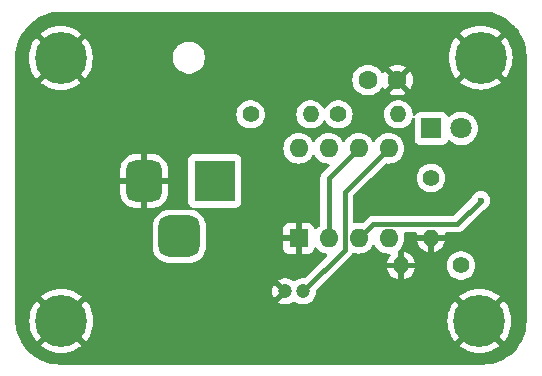
<source format=gbr>
%TF.GenerationSoftware,KiCad,Pcbnew,8.0.5*%
%TF.CreationDate,2025-01-05T00:34:36+01:00*%
%TF.ProjectId,my_Project1,6d795f50-726f-46a6-9563-74312e6b6963,rev?*%
%TF.SameCoordinates,Original*%
%TF.FileFunction,Copper,L2,Bot*%
%TF.FilePolarity,Positive*%
%FSLAX46Y46*%
G04 Gerber Fmt 4.6, Leading zero omitted, Abs format (unit mm)*
G04 Created by KiCad (PCBNEW 8.0.5) date 2025-01-05 00:34:36*
%MOMM*%
%LPD*%
G01*
G04 APERTURE LIST*
G04 Aperture macros list*
%AMRoundRect*
0 Rectangle with rounded corners*
0 $1 Rounding radius*
0 $2 $3 $4 $5 $6 $7 $8 $9 X,Y pos of 4 corners*
0 Add a 4 corners polygon primitive as box body*
4,1,4,$2,$3,$4,$5,$6,$7,$8,$9,$2,$3,0*
0 Add four circle primitives for the rounded corners*
1,1,$1+$1,$2,$3*
1,1,$1+$1,$4,$5*
1,1,$1+$1,$6,$7*
1,1,$1+$1,$8,$9*
0 Add four rect primitives between the rounded corners*
20,1,$1+$1,$2,$3,$4,$5,0*
20,1,$1+$1,$4,$5,$6,$7,0*
20,1,$1+$1,$6,$7,$8,$9,0*
20,1,$1+$1,$8,$9,$2,$3,0*%
G04 Aperture macros list end*
%TA.AperFunction,ComponentPad*%
%ADD10R,1.600000X1.600000*%
%TD*%
%TA.AperFunction,ComponentPad*%
%ADD11O,1.600000X1.600000*%
%TD*%
%TA.AperFunction,ComponentPad*%
%ADD12C,1.400000*%
%TD*%
%TA.AperFunction,ComponentPad*%
%ADD13O,1.400000X1.400000*%
%TD*%
%TA.AperFunction,ComponentPad*%
%ADD14R,3.500000X3.500000*%
%TD*%
%TA.AperFunction,ComponentPad*%
%ADD15RoundRect,0.750000X-0.750000X-1.000000X0.750000X-1.000000X0.750000X1.000000X-0.750000X1.000000X0*%
%TD*%
%TA.AperFunction,ComponentPad*%
%ADD16RoundRect,0.875000X-0.875000X-0.875000X0.875000X-0.875000X0.875000X0.875000X-0.875000X0.875000X0*%
%TD*%
%TA.AperFunction,ComponentPad*%
%ADD17C,0.700000*%
%TD*%
%TA.AperFunction,ComponentPad*%
%ADD18C,4.400000*%
%TD*%
%TA.AperFunction,ComponentPad*%
%ADD19R,1.800000X1.800000*%
%TD*%
%TA.AperFunction,ComponentPad*%
%ADD20C,1.800000*%
%TD*%
%TA.AperFunction,ComponentPad*%
%ADD21C,1.200000*%
%TD*%
%TA.AperFunction,ComponentPad*%
%ADD22C,1.600000*%
%TD*%
%TA.AperFunction,ViaPad*%
%ADD23C,0.600000*%
%TD*%
%TA.AperFunction,Conductor*%
%ADD24C,0.400000*%
%TD*%
G04 APERTURE END LIST*
D10*
%TO.P,U1,1,GND*%
%TO.N,GND*%
X82600000Y-83000000D03*
D11*
%TO.P,U1,2,TR*%
%TO.N,TR*%
X85140000Y-83000000D03*
%TO.P,U1,3,Q*%
%TO.N,OUT*%
X87680000Y-83000000D03*
%TO.P,U1,4,R*%
%TO.N,VDD*%
X90220000Y-83000000D03*
%TO.P,U1,5,CV*%
%TO.N,Net-(U1-CV)*%
X90220000Y-75380000D03*
%TO.P,U1,6,THR*%
%TO.N,TR*%
X87680000Y-75380000D03*
%TO.P,U1,7,DIS*%
%TO.N,Net-(U1-DIS)*%
X85140000Y-75380000D03*
%TO.P,U1,8,VCC*%
%TO.N,VDD*%
X82600000Y-75380000D03*
%TD*%
D12*
%TO.P,R4,1*%
%TO.N,Net-(JP1-A)*%
X96340000Y-85300000D03*
D13*
%TO.P,R4,2*%
%TO.N,GND*%
X91260000Y-85300000D03*
%TD*%
D12*
%TO.P,R3,1*%
%TO.N,Net-(D1-K)*%
X93800000Y-77900000D03*
D13*
%TO.P,R3,2*%
%TO.N,GND*%
X93800000Y-82980000D03*
%TD*%
D12*
%TO.P,R2,1*%
%TO.N,VDD*%
X78520000Y-72500000D03*
D13*
%TO.P,R2,2*%
%TO.N,Net-(U1-DIS)*%
X83600000Y-72500000D03*
%TD*%
D12*
%TO.P,R1,1*%
%TO.N,Net-(U1-DIS)*%
X85960000Y-72500000D03*
D13*
%TO.P,R1,2*%
%TO.N,TR*%
X91040000Y-72500000D03*
%TD*%
D14*
%TO.P,J1,1*%
%TO.N,VDD*%
X75500000Y-78142500D03*
D15*
%TO.P,J1,2*%
%TO.N,GND*%
X69500000Y-78142500D03*
D16*
%TO.P,J1,3*%
%TO.N,N/C*%
X72500000Y-82842500D03*
%TD*%
D17*
%TO.P,H4,1,1*%
%TO.N,GND*%
X96250000Y-90000000D03*
X96733274Y-88833274D03*
X96733274Y-91166726D03*
X97900000Y-88350000D03*
D18*
X97900000Y-90000000D03*
D17*
X97900000Y-91650000D03*
X99066726Y-88833274D03*
X99066726Y-91166726D03*
X99550000Y-90000000D03*
%TD*%
%TO.P,H3,1,1*%
%TO.N,GND*%
X96350000Y-67700000D03*
X96833274Y-66533274D03*
X96833274Y-68866726D03*
X98000000Y-66050000D03*
D18*
X98000000Y-67700000D03*
D17*
X98000000Y-69350000D03*
X99166726Y-66533274D03*
X99166726Y-68866726D03*
X99650000Y-67700000D03*
%TD*%
%TO.P,H2,1,1*%
%TO.N,GND*%
X60850000Y-90000000D03*
X61333274Y-88833274D03*
X61333274Y-91166726D03*
X62500000Y-88350000D03*
D18*
X62500000Y-90000000D03*
D17*
X62500000Y-91650000D03*
X63666726Y-88833274D03*
X63666726Y-91166726D03*
X64150000Y-90000000D03*
%TD*%
%TO.P,H1,1,1*%
%TO.N,GND*%
X60800000Y-67750000D03*
X61283274Y-66583274D03*
X61283274Y-68916726D03*
X62450000Y-66100000D03*
D18*
X62450000Y-67750000D03*
D17*
X62450000Y-69400000D03*
X63616726Y-66583274D03*
X63616726Y-68916726D03*
X64100000Y-67750000D03*
%TD*%
D19*
%TO.P,LED,1,K*%
%TO.N,Net-(D1-K)*%
X93825000Y-73700000D03*
D20*
%TO.P,LED,2,A*%
%TO.N,OUT*%
X96365000Y-73700000D03*
%TD*%
D21*
%TO.P,C2,1*%
%TO.N,GND*%
X81450000Y-87500000D03*
%TO.P,C2,2*%
%TO.N,Net-(U1-CV)*%
X82950000Y-87500000D03*
%TD*%
D22*
%TO.P,C1,1*%
%TO.N,TR*%
X88450000Y-69600000D03*
%TO.P,C1,2*%
%TO.N,GND*%
X90950000Y-69600000D03*
%TD*%
D23*
%TO.N,OUT*%
X98000000Y-79800000D03*
%TD*%
D24*
%TO.N,Net-(U1-CV)*%
X86480000Y-79120000D02*
X90220000Y-75380000D01*
X86480000Y-83970000D02*
X86480000Y-79120000D01*
X82950000Y-87500000D02*
X86480000Y-83970000D01*
%TO.N,OUT*%
X96000000Y-81800000D02*
X98000000Y-79800000D01*
X88880000Y-81800000D02*
X96000000Y-81800000D01*
X87680000Y-83000000D02*
X88880000Y-81800000D01*
%TO.N,TR*%
X85140000Y-77920000D02*
X87680000Y-75380000D01*
X85140000Y-83000000D02*
X85140000Y-77920000D01*
%TD*%
%TA.AperFunction,Conductor*%
%TO.N,GND*%
G36*
X98103032Y-63800649D02*
G01*
X98167797Y-63803830D01*
X98466338Y-63818497D01*
X98478440Y-63819689D01*
X98835230Y-63872613D01*
X98847140Y-63874982D01*
X99197046Y-63962629D01*
X99208663Y-63966154D01*
X99548275Y-64087669D01*
X99559497Y-64092317D01*
X99885582Y-64246543D01*
X99896290Y-64252267D01*
X100205659Y-64437696D01*
X100215777Y-64444456D01*
X100505488Y-64659321D01*
X100514894Y-64667041D01*
X100782146Y-64909264D01*
X100790735Y-64917853D01*
X100927609Y-65068870D01*
X101032958Y-65185105D01*
X101040678Y-65194511D01*
X101255543Y-65484222D01*
X101262303Y-65494340D01*
X101368474Y-65671476D01*
X101447725Y-65803697D01*
X101453460Y-65814425D01*
X101520816Y-65956837D01*
X101607679Y-66140495D01*
X101612334Y-66151734D01*
X101718498Y-66448443D01*
X101733840Y-66491319D01*
X101737373Y-66502964D01*
X101825014Y-66852846D01*
X101827388Y-66864782D01*
X101880309Y-67221555D01*
X101881502Y-67233664D01*
X101899351Y-67596967D01*
X101899500Y-67603052D01*
X101899500Y-89996948D01*
X101899351Y-90003033D01*
X101881984Y-90356531D01*
X101880791Y-90368640D01*
X101829308Y-90715712D01*
X101826934Y-90727648D01*
X101741680Y-91068001D01*
X101738147Y-91079646D01*
X101619945Y-91409996D01*
X101615289Y-91421237D01*
X101465270Y-91738429D01*
X101459533Y-91749162D01*
X101279156Y-92050102D01*
X101272396Y-92060220D01*
X101063377Y-92342049D01*
X101055657Y-92351455D01*
X100820033Y-92611428D01*
X100811428Y-92620033D01*
X100551455Y-92855657D01*
X100542049Y-92863377D01*
X100260220Y-93072396D01*
X100250102Y-93079156D01*
X99949162Y-93259533D01*
X99938429Y-93265270D01*
X99621237Y-93415289D01*
X99609996Y-93419945D01*
X99279646Y-93538147D01*
X99268001Y-93541680D01*
X98927648Y-93626934D01*
X98915712Y-93629308D01*
X98568640Y-93680791D01*
X98556531Y-93681984D01*
X98223016Y-93698369D01*
X98203031Y-93699351D01*
X98196949Y-93699500D01*
X62379398Y-93699500D01*
X62373314Y-93699351D01*
X62353409Y-93698373D01*
X62033552Y-93682659D01*
X62021442Y-93681466D01*
X61664551Y-93628526D01*
X61652617Y-93626152D01*
X61302630Y-93538485D01*
X61290985Y-93534953D01*
X60951280Y-93413404D01*
X60940051Y-93408753D01*
X60636680Y-93265270D01*
X60613877Y-93254485D01*
X60603154Y-93248752D01*
X60293694Y-93063269D01*
X60283576Y-93056509D01*
X59993774Y-92841576D01*
X59984368Y-92833856D01*
X59937931Y-92791768D01*
X59717031Y-92591557D01*
X59708442Y-92582968D01*
X59466143Y-92315631D01*
X59458423Y-92306225D01*
X59243490Y-92016423D01*
X59236730Y-92006305D01*
X59082604Y-91749162D01*
X59051242Y-91696838D01*
X59045518Y-91686130D01*
X58891243Y-91359942D01*
X58886599Y-91348729D01*
X58765041Y-91008999D01*
X58761514Y-90997369D01*
X58673847Y-90647382D01*
X58671473Y-90635448D01*
X58639848Y-90422253D01*
X58618532Y-90278556D01*
X58617340Y-90266446D01*
X58604251Y-90000000D01*
X59795065Y-90000000D01*
X59814786Y-90326038D01*
X59873667Y-90647341D01*
X59970835Y-90959164D01*
X59970839Y-90959175D01*
X60104897Y-91257041D01*
X60104898Y-91257043D01*
X60273881Y-91536576D01*
X60421476Y-91724968D01*
X61563708Y-90582736D01*
X61660967Y-90716602D01*
X61783398Y-90839033D01*
X61917262Y-90936290D01*
X60775030Y-92078522D01*
X60775030Y-92078523D01*
X60963423Y-92226118D01*
X61242956Y-92395101D01*
X61242958Y-92395102D01*
X61540824Y-92529160D01*
X61540835Y-92529164D01*
X61852658Y-92626332D01*
X62173961Y-92685213D01*
X62500000Y-92704934D01*
X62826038Y-92685213D01*
X63147341Y-92626332D01*
X63459164Y-92529164D01*
X63459175Y-92529160D01*
X63757041Y-92395102D01*
X63757043Y-92395101D01*
X64036586Y-92226112D01*
X64224968Y-92078523D01*
X64224968Y-92078522D01*
X63082737Y-90936290D01*
X63216602Y-90839033D01*
X63339033Y-90716602D01*
X63436290Y-90582737D01*
X64578522Y-91724968D01*
X64578523Y-91724968D01*
X64726112Y-91536586D01*
X64895101Y-91257043D01*
X64895102Y-91257041D01*
X65029160Y-90959175D01*
X65029164Y-90959164D01*
X65126332Y-90647341D01*
X65185213Y-90326038D01*
X65204934Y-90000000D01*
X95195065Y-90000000D01*
X95214786Y-90326038D01*
X95273667Y-90647341D01*
X95370835Y-90959164D01*
X95370839Y-90959175D01*
X95504897Y-91257041D01*
X95504898Y-91257043D01*
X95673881Y-91536576D01*
X95821476Y-91724968D01*
X96963708Y-90582736D01*
X97060967Y-90716602D01*
X97183398Y-90839033D01*
X97317262Y-90936290D01*
X96175030Y-92078522D01*
X96175030Y-92078523D01*
X96363423Y-92226118D01*
X96642956Y-92395101D01*
X96642958Y-92395102D01*
X96940824Y-92529160D01*
X96940835Y-92529164D01*
X97252658Y-92626332D01*
X97573961Y-92685213D01*
X97900000Y-92704934D01*
X98226038Y-92685213D01*
X98547341Y-92626332D01*
X98859164Y-92529164D01*
X98859175Y-92529160D01*
X99157041Y-92395102D01*
X99157043Y-92395101D01*
X99436586Y-92226112D01*
X99624968Y-92078523D01*
X99624968Y-92078522D01*
X98482737Y-90936290D01*
X98616602Y-90839033D01*
X98739033Y-90716602D01*
X98836290Y-90582737D01*
X99978522Y-91724968D01*
X99978523Y-91724968D01*
X100126112Y-91536586D01*
X100295101Y-91257043D01*
X100295102Y-91257041D01*
X100429160Y-90959175D01*
X100429164Y-90959164D01*
X100526332Y-90647341D01*
X100585213Y-90326038D01*
X100604934Y-90000000D01*
X100585213Y-89673961D01*
X100526332Y-89352658D01*
X100429164Y-89040835D01*
X100429160Y-89040824D01*
X100295102Y-88742958D01*
X100295101Y-88742956D01*
X100126118Y-88463423D01*
X99978522Y-88275030D01*
X98836290Y-89417262D01*
X98739033Y-89283398D01*
X98616602Y-89160967D01*
X98482736Y-89063709D01*
X99624968Y-87921476D01*
X99436576Y-87773881D01*
X99157043Y-87604898D01*
X99157041Y-87604897D01*
X98859175Y-87470839D01*
X98859164Y-87470835D01*
X98547341Y-87373667D01*
X98226038Y-87314786D01*
X97900000Y-87295065D01*
X97573961Y-87314786D01*
X97252658Y-87373667D01*
X96940835Y-87470835D01*
X96940824Y-87470839D01*
X96642958Y-87604897D01*
X96642956Y-87604898D01*
X96363422Y-87773881D01*
X96363416Y-87773886D01*
X96175030Y-87921474D01*
X96175029Y-87921476D01*
X97317262Y-89063709D01*
X97183398Y-89160967D01*
X97060967Y-89283398D01*
X96963709Y-89417262D01*
X95821476Y-88275029D01*
X95821474Y-88275030D01*
X95673886Y-88463416D01*
X95673881Y-88463422D01*
X95504898Y-88742956D01*
X95504897Y-88742958D01*
X95370839Y-89040824D01*
X95370835Y-89040835D01*
X95273667Y-89352658D01*
X95214786Y-89673961D01*
X95195065Y-90000000D01*
X65204934Y-90000000D01*
X65185213Y-89673961D01*
X65126332Y-89352658D01*
X65029164Y-89040835D01*
X65029160Y-89040824D01*
X64895102Y-88742958D01*
X64895101Y-88742956D01*
X64726118Y-88463423D01*
X64578522Y-88275030D01*
X63436290Y-89417262D01*
X63339033Y-89283398D01*
X63216602Y-89160967D01*
X63082736Y-89063709D01*
X64224968Y-87921476D01*
X64036576Y-87773881D01*
X63757043Y-87604898D01*
X63757041Y-87604897D01*
X63523966Y-87499999D01*
X80345287Y-87499999D01*
X80345287Y-87500000D01*
X80364096Y-87702989D01*
X80364097Y-87702992D01*
X80419883Y-87899063D01*
X80419886Y-87899069D01*
X80510751Y-88081551D01*
X80512533Y-88083911D01*
X81096446Y-87500000D01*
X80512533Y-86916087D01*
X80510755Y-86918442D01*
X80510754Y-86918443D01*
X80419886Y-87100930D01*
X80419883Y-87100936D01*
X80364097Y-87297007D01*
X80364096Y-87297010D01*
X80345287Y-87499999D01*
X63523966Y-87499999D01*
X63459175Y-87470839D01*
X63459164Y-87470835D01*
X63147341Y-87373667D01*
X62826038Y-87314786D01*
X62500000Y-87295065D01*
X62173961Y-87314786D01*
X61852658Y-87373667D01*
X61540835Y-87470835D01*
X61540824Y-87470839D01*
X61242958Y-87604897D01*
X61242956Y-87604898D01*
X60963422Y-87773881D01*
X60963416Y-87773886D01*
X60775030Y-87921474D01*
X60775029Y-87921476D01*
X61917262Y-89063709D01*
X61783398Y-89160967D01*
X61660967Y-89283398D01*
X61563709Y-89417262D01*
X60421476Y-88275029D01*
X60421474Y-88275030D01*
X60273886Y-88463416D01*
X60273881Y-88463422D01*
X60104898Y-88742956D01*
X60104897Y-88742958D01*
X59970839Y-89040824D01*
X59970835Y-89040835D01*
X59873667Y-89352658D01*
X59814786Y-89673961D01*
X59795065Y-90000000D01*
X58604251Y-90000000D01*
X58600649Y-89926686D01*
X58600500Y-89920602D01*
X58600500Y-86565758D01*
X80869311Y-86565758D01*
X81508698Y-87205145D01*
X81489496Y-87200000D01*
X81410504Y-87200000D01*
X81334204Y-87220444D01*
X81265795Y-87259940D01*
X81209940Y-87315795D01*
X81170444Y-87384204D01*
X81150000Y-87460504D01*
X81150000Y-87539496D01*
X81170444Y-87615796D01*
X81209940Y-87684205D01*
X81265795Y-87740060D01*
X81334204Y-87779556D01*
X81410504Y-87800000D01*
X81489496Y-87800000D01*
X81508695Y-87794855D01*
X80869311Y-88434240D01*
X80957585Y-88488897D01*
X81147678Y-88562539D01*
X81348072Y-88600000D01*
X81551928Y-88600000D01*
X81752321Y-88562539D01*
X81942415Y-88488897D01*
X82115736Y-88381580D01*
X82116074Y-88381273D01*
X82116274Y-88381175D01*
X82120312Y-88378126D01*
X82120908Y-88378915D01*
X82178872Y-88350644D01*
X82248261Y-88358830D01*
X82279231Y-88378730D01*
X82279385Y-88378527D01*
X82282068Y-88380553D01*
X82283168Y-88381260D01*
X82283959Y-88381981D01*
X82457363Y-88489348D01*
X82647544Y-88563024D01*
X82848024Y-88600500D01*
X82848026Y-88600500D01*
X83051974Y-88600500D01*
X83051976Y-88600500D01*
X83252456Y-88563024D01*
X83442637Y-88489348D01*
X83616041Y-88381981D01*
X83766764Y-88244579D01*
X83889673Y-88081821D01*
X83980582Y-87899250D01*
X84036397Y-87703083D01*
X84055215Y-87500000D01*
X84050870Y-87453115D01*
X84064284Y-87384549D01*
X84086657Y-87353998D01*
X85890656Y-85550000D01*
X90083505Y-85550000D01*
X90136239Y-85735349D01*
X90235368Y-85934425D01*
X90369391Y-86111900D01*
X90533738Y-86261721D01*
X90722820Y-86378797D01*
X90722822Y-86378798D01*
X90930195Y-86459135D01*
X91010000Y-86474052D01*
X91510000Y-86474052D01*
X91589804Y-86459135D01*
X91797177Y-86378798D01*
X91797179Y-86378797D01*
X91986261Y-86261721D01*
X92150608Y-86111900D01*
X92284631Y-85934425D01*
X92383760Y-85735349D01*
X92436495Y-85550000D01*
X91510000Y-85550000D01*
X91510000Y-86474052D01*
X91010000Y-86474052D01*
X91010000Y-85550000D01*
X90083505Y-85550000D01*
X85890656Y-85550000D01*
X86186734Y-85253922D01*
X90910000Y-85253922D01*
X90910000Y-85346078D01*
X90933852Y-85435095D01*
X90979930Y-85514905D01*
X91045095Y-85580070D01*
X91124905Y-85626148D01*
X91213922Y-85650000D01*
X91306078Y-85650000D01*
X91395095Y-85626148D01*
X91474905Y-85580070D01*
X91540070Y-85514905D01*
X91586148Y-85435095D01*
X91610000Y-85346078D01*
X91610000Y-85299999D01*
X95134357Y-85299999D01*
X95134357Y-85300000D01*
X95154884Y-85521535D01*
X95154885Y-85521537D01*
X95215769Y-85735523D01*
X95215775Y-85735538D01*
X95314938Y-85934683D01*
X95314943Y-85934691D01*
X95449020Y-86112238D01*
X95613437Y-86262123D01*
X95613439Y-86262125D01*
X95802595Y-86379245D01*
X95802596Y-86379245D01*
X95802599Y-86379247D01*
X96010060Y-86459618D01*
X96228757Y-86500500D01*
X96228759Y-86500500D01*
X96451241Y-86500500D01*
X96451243Y-86500500D01*
X96669940Y-86459618D01*
X96877401Y-86379247D01*
X97066562Y-86262124D01*
X97230981Y-86112236D01*
X97365058Y-85934689D01*
X97464229Y-85735528D01*
X97525115Y-85521536D01*
X97545643Y-85300000D01*
X97525115Y-85078464D01*
X97464229Y-84864472D01*
X97454319Y-84844570D01*
X97365061Y-84665316D01*
X97365056Y-84665308D01*
X97230979Y-84487761D01*
X97066562Y-84337876D01*
X97066560Y-84337874D01*
X96877404Y-84220754D01*
X96877398Y-84220752D01*
X96669940Y-84140382D01*
X96451243Y-84099500D01*
X96228757Y-84099500D01*
X96010060Y-84140382D01*
X95966674Y-84157190D01*
X95802601Y-84220752D01*
X95802595Y-84220754D01*
X95613439Y-84337874D01*
X95613437Y-84337876D01*
X95449020Y-84487761D01*
X95314943Y-84665308D01*
X95314938Y-84665316D01*
X95215775Y-84864461D01*
X95215769Y-84864476D01*
X95154885Y-85078462D01*
X95154884Y-85078464D01*
X95134357Y-85299999D01*
X91610000Y-85299999D01*
X91610000Y-85253922D01*
X91586148Y-85164905D01*
X91540070Y-85085095D01*
X91504975Y-85050000D01*
X91510000Y-85050000D01*
X92436495Y-85050000D01*
X92383760Y-84864650D01*
X92284631Y-84665574D01*
X92150608Y-84488099D01*
X91986261Y-84338278D01*
X91797179Y-84221202D01*
X91797177Y-84221201D01*
X91589799Y-84140864D01*
X91510000Y-84125946D01*
X91510000Y-85050000D01*
X91504975Y-85050000D01*
X91474905Y-85019930D01*
X91395095Y-84973852D01*
X91306078Y-84950000D01*
X91213922Y-84950000D01*
X91124905Y-84973852D01*
X91045095Y-85019930D01*
X90979930Y-85085095D01*
X90933852Y-85164905D01*
X90910000Y-85253922D01*
X86186734Y-85253922D01*
X87024114Y-84416543D01*
X87100775Y-84301811D01*
X87100779Y-84301799D01*
X87103645Y-84296440D01*
X87104909Y-84297115D01*
X87144230Y-84248304D01*
X87210520Y-84226227D01*
X87247062Y-84230372D01*
X87295497Y-84243350D01*
X87453308Y-84285635D01*
X87615230Y-84299801D01*
X87679998Y-84305468D01*
X87680000Y-84305468D01*
X87680002Y-84305468D01*
X87742511Y-84299999D01*
X87906692Y-84285635D01*
X88126496Y-84226739D01*
X88332734Y-84130568D01*
X88519139Y-84000047D01*
X88680047Y-83839139D01*
X88810568Y-83652734D01*
X88837618Y-83594724D01*
X88883790Y-83542285D01*
X88950983Y-83523133D01*
X89017865Y-83543348D01*
X89062382Y-83594725D01*
X89089429Y-83652728D01*
X89089432Y-83652734D01*
X89219954Y-83839141D01*
X89380858Y-84000045D01*
X89387435Y-84004650D01*
X89567266Y-84130568D01*
X89773504Y-84226739D01*
X89773509Y-84226740D01*
X89773511Y-84226741D01*
X89826415Y-84240916D01*
X89993308Y-84285635D01*
X90220000Y-84305468D01*
X90249800Y-84302860D01*
X90318298Y-84316625D01*
X90368482Y-84365239D01*
X90384417Y-84433267D01*
X90361044Y-84499111D01*
X90359562Y-84501115D01*
X90235368Y-84665574D01*
X90136239Y-84864650D01*
X90083505Y-85050000D01*
X91010000Y-85050000D01*
X91010000Y-84099005D01*
X91029685Y-84031966D01*
X91055937Y-84004650D01*
X91054994Y-84003526D01*
X91059138Y-84000048D01*
X91220045Y-83839141D01*
X91220047Y-83839139D01*
X91350568Y-83652734D01*
X91446739Y-83446496D01*
X91504749Y-83230000D01*
X92623505Y-83230000D01*
X92676239Y-83415349D01*
X92775368Y-83614425D01*
X92909391Y-83791900D01*
X93073738Y-83941721D01*
X93262820Y-84058797D01*
X93262822Y-84058798D01*
X93470195Y-84139135D01*
X93550000Y-84154052D01*
X94050000Y-84154052D01*
X94129804Y-84139135D01*
X94337177Y-84058798D01*
X94337179Y-84058797D01*
X94526261Y-83941721D01*
X94690608Y-83791900D01*
X94824631Y-83614425D01*
X94923760Y-83415349D01*
X94976495Y-83230000D01*
X94050000Y-83230000D01*
X94050000Y-84154052D01*
X93550000Y-84154052D01*
X93550000Y-83230000D01*
X92623505Y-83230000D01*
X91504749Y-83230000D01*
X91505635Y-83226692D01*
X91525468Y-83000000D01*
X91505635Y-82773308D01*
X91474855Y-82658434D01*
X91474362Y-82656593D01*
X91476025Y-82586743D01*
X91515188Y-82528881D01*
X91579417Y-82501377D01*
X91594137Y-82500500D01*
X92524600Y-82500500D01*
X92591639Y-82520185D01*
X92637394Y-82572989D01*
X92647338Y-82642147D01*
X92643867Y-82658434D01*
X92623505Y-82730000D01*
X93555025Y-82730000D01*
X93519930Y-82765095D01*
X93473852Y-82844905D01*
X93450000Y-82933922D01*
X93450000Y-83026078D01*
X93473852Y-83115095D01*
X93519930Y-83194905D01*
X93585095Y-83260070D01*
X93664905Y-83306148D01*
X93753922Y-83330000D01*
X93846078Y-83330000D01*
X93935095Y-83306148D01*
X94014905Y-83260070D01*
X94080070Y-83194905D01*
X94126148Y-83115095D01*
X94150000Y-83026078D01*
X94150000Y-82933922D01*
X94126148Y-82844905D01*
X94080070Y-82765095D01*
X94044975Y-82730000D01*
X94976495Y-82730000D01*
X94956133Y-82658434D01*
X94956721Y-82588566D01*
X94994988Y-82530108D01*
X95058785Y-82501618D01*
X95075400Y-82500500D01*
X96068996Y-82500500D01*
X96160040Y-82482389D01*
X96204328Y-82473580D01*
X96268069Y-82447177D01*
X96331807Y-82420777D01*
X96331808Y-82420776D01*
X96331811Y-82420775D01*
X96446543Y-82344114D01*
X98199290Y-80591365D01*
X98246013Y-80562007D01*
X98349522Y-80525789D01*
X98502262Y-80429816D01*
X98629816Y-80302262D01*
X98725789Y-80149522D01*
X98785368Y-79979255D01*
X98789021Y-79946835D01*
X98805565Y-79800003D01*
X98805565Y-79799996D01*
X98785369Y-79620750D01*
X98785368Y-79620745D01*
X98762007Y-79553984D01*
X98725789Y-79450478D01*
X98629816Y-79297738D01*
X98502262Y-79170184D01*
X98391361Y-79100500D01*
X98349523Y-79074211D01*
X98179254Y-79014631D01*
X98179249Y-79014630D01*
X98000004Y-78994435D01*
X97999996Y-78994435D01*
X97820750Y-79014630D01*
X97820745Y-79014631D01*
X97650476Y-79074211D01*
X97497737Y-79170184D01*
X97370184Y-79297737D01*
X97274212Y-79450475D01*
X97274211Y-79450476D01*
X97237992Y-79553984D01*
X97208632Y-79600709D01*
X95746162Y-81063181D01*
X95684839Y-81096666D01*
X95658481Y-81099500D01*
X88811003Y-81099500D01*
X88702590Y-81121065D01*
X88702589Y-81121065D01*
X88675671Y-81126420D01*
X88548190Y-81179224D01*
X88433454Y-81255887D01*
X88010369Y-81678972D01*
X87949046Y-81712457D01*
X87911881Y-81714819D01*
X87906680Y-81714364D01*
X87887171Y-81712657D01*
X87680002Y-81694532D01*
X87679998Y-81694532D01*
X87453313Y-81714364D01*
X87453302Y-81714366D01*
X87336593Y-81745638D01*
X87266743Y-81743975D01*
X87208881Y-81704812D01*
X87181377Y-81640583D01*
X87180500Y-81625863D01*
X87180500Y-79461518D01*
X87200185Y-79394479D01*
X87216814Y-79373842D01*
X88690656Y-77899999D01*
X92594357Y-77899999D01*
X92594357Y-77900000D01*
X92614884Y-78121535D01*
X92614885Y-78121537D01*
X92675769Y-78335523D01*
X92675775Y-78335538D01*
X92774938Y-78534683D01*
X92774943Y-78534691D01*
X92909020Y-78712238D01*
X93073437Y-78862123D01*
X93073439Y-78862125D01*
X93262595Y-78979245D01*
X93262596Y-78979245D01*
X93262599Y-78979247D01*
X93470060Y-79059618D01*
X93688757Y-79100500D01*
X93688759Y-79100500D01*
X93911241Y-79100500D01*
X93911243Y-79100500D01*
X94129940Y-79059618D01*
X94337401Y-78979247D01*
X94526562Y-78862124D01*
X94690981Y-78712236D01*
X94825058Y-78534689D01*
X94924229Y-78335528D01*
X94985115Y-78121536D01*
X95005643Y-77900000D01*
X94985115Y-77678464D01*
X94924229Y-77464472D01*
X94924224Y-77464461D01*
X94825061Y-77265316D01*
X94825056Y-77265308D01*
X94690979Y-77087761D01*
X94526562Y-76937876D01*
X94526560Y-76937874D01*
X94337404Y-76820754D01*
X94337398Y-76820752D01*
X94129940Y-76740382D01*
X93911243Y-76699500D01*
X93688757Y-76699500D01*
X93470060Y-76740382D01*
X93409214Y-76763954D01*
X93262601Y-76820752D01*
X93262595Y-76820754D01*
X93073439Y-76937874D01*
X93073437Y-76937876D01*
X92909020Y-77087761D01*
X92774943Y-77265308D01*
X92774938Y-77265316D01*
X92675775Y-77464461D01*
X92675769Y-77464476D01*
X92614885Y-77678462D01*
X92614884Y-77678464D01*
X92594357Y-77899999D01*
X88690656Y-77899999D01*
X89889630Y-76701025D01*
X89950951Y-76667542D01*
X89988117Y-76665180D01*
X89993303Y-76665633D01*
X89993308Y-76665635D01*
X90198263Y-76683566D01*
X90219999Y-76685468D01*
X90220000Y-76685468D01*
X90220002Y-76685468D01*
X90276673Y-76680509D01*
X90446692Y-76665635D01*
X90666496Y-76606739D01*
X90872734Y-76510568D01*
X91059139Y-76380047D01*
X91220047Y-76219139D01*
X91350568Y-76032734D01*
X91446739Y-75826496D01*
X91505635Y-75606692D01*
X91525468Y-75380000D01*
X91505635Y-75153308D01*
X91453181Y-74957546D01*
X91446741Y-74933511D01*
X91446738Y-74933502D01*
X91420142Y-74876468D01*
X91350568Y-74727266D01*
X91220047Y-74540861D01*
X91220045Y-74540858D01*
X91059141Y-74379954D01*
X90872734Y-74249432D01*
X90872732Y-74249431D01*
X90666497Y-74153261D01*
X90666488Y-74153258D01*
X90446697Y-74094366D01*
X90446693Y-74094365D01*
X90446692Y-74094365D01*
X90446691Y-74094364D01*
X90446686Y-74094364D01*
X90220002Y-74074532D01*
X90219998Y-74074532D01*
X89993313Y-74094364D01*
X89993302Y-74094366D01*
X89773511Y-74153258D01*
X89773502Y-74153261D01*
X89567267Y-74249431D01*
X89567265Y-74249432D01*
X89380858Y-74379954D01*
X89219954Y-74540858D01*
X89089432Y-74727265D01*
X89089431Y-74727267D01*
X89062382Y-74785275D01*
X89016209Y-74837714D01*
X88949016Y-74856866D01*
X88882135Y-74836650D01*
X88837618Y-74785275D01*
X88810568Y-74727266D01*
X88680047Y-74540861D01*
X88680045Y-74540858D01*
X88519141Y-74379954D01*
X88332734Y-74249432D01*
X88332732Y-74249431D01*
X88126497Y-74153261D01*
X88126488Y-74153258D01*
X87906697Y-74094366D01*
X87906693Y-74094365D01*
X87906692Y-74094365D01*
X87906691Y-74094364D01*
X87906686Y-74094364D01*
X87680002Y-74074532D01*
X87679998Y-74074532D01*
X87453313Y-74094364D01*
X87453302Y-74094366D01*
X87233511Y-74153258D01*
X87233502Y-74153261D01*
X87027267Y-74249431D01*
X87027265Y-74249432D01*
X86840858Y-74379954D01*
X86679954Y-74540858D01*
X86549432Y-74727265D01*
X86549431Y-74727267D01*
X86522382Y-74785275D01*
X86476209Y-74837714D01*
X86409016Y-74856866D01*
X86342135Y-74836650D01*
X86297618Y-74785275D01*
X86270568Y-74727266D01*
X86140047Y-74540861D01*
X86140045Y-74540858D01*
X85979141Y-74379954D01*
X85792734Y-74249432D01*
X85792732Y-74249431D01*
X85586497Y-74153261D01*
X85586488Y-74153258D01*
X85366697Y-74094366D01*
X85366693Y-74094365D01*
X85366692Y-74094365D01*
X85366691Y-74094364D01*
X85366686Y-74094364D01*
X85140002Y-74074532D01*
X85139998Y-74074532D01*
X84913313Y-74094364D01*
X84913302Y-74094366D01*
X84693511Y-74153258D01*
X84693502Y-74153261D01*
X84487267Y-74249431D01*
X84487265Y-74249432D01*
X84300858Y-74379954D01*
X84139954Y-74540858D01*
X84009432Y-74727265D01*
X84009431Y-74727267D01*
X83982382Y-74785275D01*
X83936209Y-74837714D01*
X83869016Y-74856866D01*
X83802135Y-74836650D01*
X83757618Y-74785275D01*
X83730568Y-74727266D01*
X83600047Y-74540861D01*
X83600045Y-74540858D01*
X83439141Y-74379954D01*
X83252734Y-74249432D01*
X83252732Y-74249431D01*
X83046497Y-74153261D01*
X83046488Y-74153258D01*
X82826697Y-74094366D01*
X82826693Y-74094365D01*
X82826692Y-74094365D01*
X82826691Y-74094364D01*
X82826686Y-74094364D01*
X82600002Y-74074532D01*
X82599998Y-74074532D01*
X82373313Y-74094364D01*
X82373302Y-74094366D01*
X82153511Y-74153258D01*
X82153502Y-74153261D01*
X81947267Y-74249431D01*
X81947265Y-74249432D01*
X81760858Y-74379954D01*
X81599954Y-74540858D01*
X81469432Y-74727265D01*
X81469431Y-74727267D01*
X81373261Y-74933502D01*
X81373258Y-74933511D01*
X81314366Y-75153302D01*
X81314364Y-75153313D01*
X81294532Y-75379998D01*
X81294532Y-75380001D01*
X81314364Y-75606686D01*
X81314366Y-75606697D01*
X81373258Y-75826488D01*
X81373261Y-75826497D01*
X81469431Y-76032732D01*
X81469432Y-76032734D01*
X81599954Y-76219141D01*
X81760858Y-76380045D01*
X81760861Y-76380047D01*
X81947266Y-76510568D01*
X82153504Y-76606739D01*
X82373308Y-76665635D01*
X82535230Y-76679801D01*
X82599998Y-76685468D01*
X82600000Y-76685468D01*
X82600002Y-76685468D01*
X82656673Y-76680509D01*
X82826692Y-76665635D01*
X83046496Y-76606739D01*
X83252734Y-76510568D01*
X83439139Y-76380047D01*
X83600047Y-76219139D01*
X83730568Y-76032734D01*
X83757618Y-75974724D01*
X83803790Y-75922285D01*
X83870983Y-75903133D01*
X83937865Y-75923348D01*
X83982382Y-75974725D01*
X84009429Y-76032728D01*
X84009432Y-76032734D01*
X84139954Y-76219141D01*
X84300858Y-76380045D01*
X84300861Y-76380047D01*
X84487266Y-76510568D01*
X84693504Y-76606739D01*
X84913308Y-76665635D01*
X85099349Y-76681911D01*
X85164417Y-76707363D01*
X85205396Y-76763954D01*
X85209274Y-76833716D01*
X85176222Y-76893120D01*
X84595883Y-77473459D01*
X84580066Y-77497134D01*
X84580064Y-77497137D01*
X84519228Y-77588182D01*
X84519221Y-77588195D01*
X84466421Y-77715667D01*
X84466418Y-77715677D01*
X84439500Y-77851004D01*
X84439500Y-81838326D01*
X84419815Y-81905365D01*
X84386624Y-81939901D01*
X84300863Y-81999951D01*
X84139949Y-82160864D01*
X84122287Y-82186088D01*
X84067710Y-82229712D01*
X83998211Y-82236904D01*
X83935857Y-82205380D01*
X83900445Y-82145150D01*
X83897425Y-82128218D01*
X83893598Y-82092627D01*
X83893596Y-82092620D01*
X83843354Y-81957913D01*
X83843350Y-81957906D01*
X83757190Y-81842812D01*
X83757187Y-81842809D01*
X83642093Y-81756649D01*
X83642086Y-81756645D01*
X83507379Y-81706403D01*
X83507372Y-81706401D01*
X83447844Y-81700000D01*
X82850000Y-81700000D01*
X82850000Y-82684314D01*
X82845606Y-82679920D01*
X82754394Y-82627259D01*
X82652661Y-82600000D01*
X82547339Y-82600000D01*
X82445606Y-82627259D01*
X82354394Y-82679920D01*
X82350000Y-82684314D01*
X82350000Y-81700000D01*
X81752155Y-81700000D01*
X81692627Y-81706401D01*
X81692620Y-81706403D01*
X81557913Y-81756645D01*
X81557906Y-81756649D01*
X81442812Y-81842809D01*
X81442809Y-81842812D01*
X81356649Y-81957906D01*
X81356645Y-81957913D01*
X81306403Y-82092620D01*
X81306401Y-82092627D01*
X81300000Y-82152155D01*
X81300000Y-82750000D01*
X82284314Y-82750000D01*
X82279920Y-82754394D01*
X82227259Y-82845606D01*
X82200000Y-82947339D01*
X82200000Y-83052661D01*
X82227259Y-83154394D01*
X82279920Y-83245606D01*
X82284314Y-83250000D01*
X81300000Y-83250000D01*
X81300000Y-83847844D01*
X81306401Y-83907372D01*
X81306403Y-83907379D01*
X81356645Y-84042086D01*
X81356649Y-84042093D01*
X81442809Y-84157187D01*
X81442812Y-84157190D01*
X81557906Y-84243350D01*
X81557913Y-84243354D01*
X81692620Y-84293596D01*
X81692627Y-84293598D01*
X81752155Y-84299999D01*
X81752172Y-84300000D01*
X82350000Y-84300000D01*
X82350000Y-83315686D01*
X82354394Y-83320080D01*
X82445606Y-83372741D01*
X82547339Y-83400000D01*
X82652661Y-83400000D01*
X82754394Y-83372741D01*
X82845606Y-83320080D01*
X82850000Y-83315686D01*
X82850000Y-84300000D01*
X83447828Y-84300000D01*
X83447844Y-84299999D01*
X83507372Y-84293598D01*
X83507379Y-84293596D01*
X83642086Y-84243354D01*
X83642093Y-84243350D01*
X83757187Y-84157190D01*
X83757190Y-84157187D01*
X83843350Y-84042093D01*
X83843354Y-84042086D01*
X83893596Y-83907380D01*
X83897424Y-83871781D01*
X83924162Y-83807230D01*
X83981555Y-83767382D01*
X84051380Y-83764888D01*
X84111469Y-83800540D01*
X84122289Y-83813912D01*
X84139956Y-83839143D01*
X84300858Y-84000045D01*
X84307435Y-84004650D01*
X84487266Y-84130568D01*
X84693504Y-84226739D01*
X84693509Y-84226740D01*
X84693511Y-84226741D01*
X84716355Y-84232861D01*
X84911225Y-84285076D01*
X84970882Y-84321439D01*
X85001412Y-84384286D01*
X84993118Y-84453662D01*
X84966810Y-84492531D01*
X83096161Y-86363181D01*
X83034838Y-86396666D01*
X83008480Y-86399500D01*
X82848024Y-86399500D01*
X82647544Y-86436976D01*
X82647541Y-86436976D01*
X82647541Y-86436977D01*
X82457364Y-86510651D01*
X82457357Y-86510655D01*
X82283961Y-86618017D01*
X82283950Y-86618025D01*
X82283152Y-86618753D01*
X82282686Y-86618979D01*
X82279385Y-86621473D01*
X82278896Y-86620826D01*
X82220343Y-86649360D01*
X82150957Y-86641152D01*
X82120524Y-86621592D01*
X82120312Y-86621874D01*
X82116589Y-86619063D01*
X82116095Y-86618745D01*
X82115739Y-86618421D01*
X81942415Y-86511102D01*
X81752321Y-86437460D01*
X81551928Y-86400000D01*
X81348072Y-86400000D01*
X81147678Y-86437460D01*
X80957588Y-86511100D01*
X80957581Y-86511104D01*
X80869312Y-86565757D01*
X80869311Y-86565758D01*
X58600500Y-86565758D01*
X58600500Y-81873886D01*
X70249500Y-81873886D01*
X70249500Y-83811113D01*
X70249501Y-83811152D01*
X70252295Y-83863743D01*
X70252295Y-83863744D01*
X70279547Y-84004650D01*
X70296755Y-84093626D01*
X70314400Y-84140382D01*
X70379425Y-84312689D01*
X70497929Y-84514631D01*
X70497934Y-84514638D01*
X70648856Y-84693641D01*
X70648858Y-84693643D01*
X70827861Y-84844565D01*
X70827868Y-84844570D01*
X71029810Y-84963074D01*
X71248874Y-85045745D01*
X71478759Y-85090205D01*
X71531378Y-85093000D01*
X71531386Y-85093000D01*
X73468614Y-85093000D01*
X73468622Y-85093000D01*
X73521241Y-85090205D01*
X73751126Y-85045745D01*
X73970190Y-84963074D01*
X74172132Y-84844570D01*
X74351142Y-84693642D01*
X74375025Y-84665316D01*
X74502065Y-84514638D01*
X74502065Y-84514637D01*
X74502070Y-84514632D01*
X74620574Y-84312690D01*
X74703245Y-84093626D01*
X74747705Y-83863741D01*
X74750500Y-83811122D01*
X74750500Y-81873878D01*
X74747705Y-81821259D01*
X74703245Y-81591374D01*
X74620574Y-81372310D01*
X74502070Y-81170368D01*
X74502065Y-81170361D01*
X74351143Y-80991358D01*
X74351141Y-80991356D01*
X74172138Y-80840434D01*
X74172131Y-80840429D01*
X73970189Y-80721925D01*
X73872513Y-80685064D01*
X73751126Y-80639255D01*
X73751121Y-80639254D01*
X73751116Y-80639252D01*
X73748470Y-80638740D01*
X73747451Y-80638213D01*
X73746050Y-80637817D01*
X73746130Y-80637531D01*
X73686392Y-80606677D01*
X73651503Y-80546141D01*
X73654881Y-80476353D01*
X73695452Y-80419470D01*
X73760337Y-80393552D01*
X73772009Y-80392999D01*
X77297872Y-80392999D01*
X77357483Y-80386591D01*
X77492331Y-80336296D01*
X77607546Y-80250046D01*
X77693796Y-80134831D01*
X77744091Y-79999983D01*
X77750500Y-79940373D01*
X77750499Y-76344628D01*
X77744091Y-76285017D01*
X77704571Y-76179059D01*
X77693797Y-76150171D01*
X77693793Y-76150164D01*
X77607547Y-76034955D01*
X77607544Y-76034952D01*
X77492335Y-75948706D01*
X77492328Y-75948702D01*
X77357482Y-75898408D01*
X77357483Y-75898408D01*
X77297883Y-75892001D01*
X77297881Y-75892000D01*
X77297873Y-75892000D01*
X77297864Y-75892000D01*
X73702129Y-75892000D01*
X73702123Y-75892001D01*
X73642516Y-75898408D01*
X73507671Y-75948702D01*
X73507664Y-75948706D01*
X73392455Y-76034952D01*
X73392452Y-76034955D01*
X73306206Y-76150164D01*
X73306202Y-76150171D01*
X73255908Y-76285017D01*
X73249501Y-76344616D01*
X73249501Y-76344623D01*
X73249500Y-76344635D01*
X73249500Y-79940370D01*
X73249501Y-79940376D01*
X73255908Y-79999983D01*
X73306202Y-80134828D01*
X73306206Y-80134835D01*
X73392452Y-80250044D01*
X73392455Y-80250047D01*
X73507664Y-80336293D01*
X73507673Y-80336298D01*
X73554937Y-80353926D01*
X73610871Y-80395796D01*
X73635289Y-80461260D01*
X73620438Y-80529533D01*
X73571033Y-80578939D01*
X73505028Y-80593933D01*
X73468657Y-80592001D01*
X73468628Y-80592000D01*
X73468622Y-80592000D01*
X71531378Y-80592000D01*
X71531370Y-80592000D01*
X71531347Y-80592001D01*
X71478756Y-80594795D01*
X71478755Y-80594795D01*
X71248878Y-80639254D01*
X71248876Y-80639254D01*
X71248874Y-80639255D01*
X71174933Y-80667159D01*
X71029810Y-80721925D01*
X70827868Y-80840429D01*
X70827861Y-80840434D01*
X70648858Y-80991356D01*
X70648856Y-80991358D01*
X70497934Y-81170361D01*
X70497929Y-81170368D01*
X70379425Y-81372310D01*
X70324659Y-81517433D01*
X70296755Y-81591374D01*
X70296754Y-81591376D01*
X70296754Y-81591378D01*
X70252295Y-81821255D01*
X70252295Y-81821256D01*
X70249501Y-81873847D01*
X70249500Y-81873886D01*
X58600500Y-81873886D01*
X58600500Y-77078303D01*
X67500000Y-77078303D01*
X67500000Y-77892500D01*
X69000000Y-77892500D01*
X69000000Y-78392500D01*
X67500001Y-78392500D01*
X67500001Y-79206697D01*
X67510400Y-79338832D01*
X67565377Y-79557019D01*
X67658428Y-79761874D01*
X67658431Y-79761880D01*
X67786559Y-79946823D01*
X67786569Y-79946835D01*
X67945664Y-80105930D01*
X67945676Y-80105940D01*
X68130619Y-80234068D01*
X68130625Y-80234071D01*
X68335480Y-80327122D01*
X68553667Y-80382099D01*
X68685810Y-80392499D01*
X69249999Y-80392499D01*
X69250000Y-80392498D01*
X69250000Y-79575512D01*
X69307007Y-79608425D01*
X69434174Y-79642500D01*
X69565826Y-79642500D01*
X69692993Y-79608425D01*
X69750000Y-79575512D01*
X69750000Y-80392499D01*
X70314182Y-80392499D01*
X70314197Y-80392498D01*
X70446332Y-80382099D01*
X70664519Y-80327122D01*
X70869374Y-80234071D01*
X70869380Y-80234068D01*
X71054323Y-80105940D01*
X71054335Y-80105930D01*
X71213430Y-79946835D01*
X71213440Y-79946823D01*
X71341568Y-79761880D01*
X71341571Y-79761874D01*
X71434622Y-79557019D01*
X71489599Y-79338832D01*
X71499999Y-79206696D01*
X71500000Y-79206684D01*
X71500000Y-78392500D01*
X70000000Y-78392500D01*
X70000000Y-77892500D01*
X71499999Y-77892500D01*
X71499999Y-77078317D01*
X71499998Y-77078302D01*
X71489599Y-76946167D01*
X71434622Y-76727980D01*
X71341571Y-76523125D01*
X71341568Y-76523119D01*
X71213440Y-76338176D01*
X71213430Y-76338164D01*
X71054335Y-76179069D01*
X71054323Y-76179059D01*
X70869380Y-76050931D01*
X70869374Y-76050928D01*
X70664519Y-75957877D01*
X70446332Y-75902900D01*
X70314196Y-75892500D01*
X69750000Y-75892500D01*
X69750000Y-76709488D01*
X69692993Y-76676575D01*
X69565826Y-76642500D01*
X69434174Y-76642500D01*
X69307007Y-76676575D01*
X69250000Y-76709488D01*
X69250000Y-75892500D01*
X68685817Y-75892500D01*
X68685802Y-75892501D01*
X68553667Y-75902900D01*
X68335480Y-75957877D01*
X68130625Y-76050928D01*
X68130619Y-76050931D01*
X67945676Y-76179059D01*
X67945664Y-76179069D01*
X67786569Y-76338164D01*
X67786559Y-76338176D01*
X67658431Y-76523119D01*
X67658428Y-76523125D01*
X67565377Y-76727980D01*
X67510400Y-76946167D01*
X67500000Y-77078303D01*
X58600500Y-77078303D01*
X58600500Y-72499999D01*
X77314357Y-72499999D01*
X77314357Y-72500000D01*
X77334884Y-72721535D01*
X77334885Y-72721537D01*
X77395769Y-72935523D01*
X77395775Y-72935538D01*
X77494938Y-73134683D01*
X77494943Y-73134691D01*
X77629020Y-73312238D01*
X77793437Y-73462123D01*
X77793439Y-73462125D01*
X77982595Y-73579245D01*
X77982596Y-73579245D01*
X77982599Y-73579247D01*
X78190060Y-73659618D01*
X78408757Y-73700500D01*
X78408759Y-73700500D01*
X78631241Y-73700500D01*
X78631243Y-73700500D01*
X78849940Y-73659618D01*
X79057401Y-73579247D01*
X79246562Y-73462124D01*
X79410981Y-73312236D01*
X79545058Y-73134689D01*
X79644229Y-72935528D01*
X79705115Y-72721536D01*
X79725643Y-72500000D01*
X79725643Y-72499999D01*
X82394357Y-72499999D01*
X82394357Y-72500000D01*
X82414884Y-72721535D01*
X82414885Y-72721537D01*
X82475769Y-72935523D01*
X82475775Y-72935538D01*
X82574938Y-73134683D01*
X82574943Y-73134691D01*
X82709020Y-73312238D01*
X82873437Y-73462123D01*
X82873439Y-73462125D01*
X83062595Y-73579245D01*
X83062596Y-73579245D01*
X83062599Y-73579247D01*
X83270060Y-73659618D01*
X83488757Y-73700500D01*
X83488759Y-73700500D01*
X83711241Y-73700500D01*
X83711243Y-73700500D01*
X83929940Y-73659618D01*
X84137401Y-73579247D01*
X84326562Y-73462124D01*
X84490981Y-73312236D01*
X84625058Y-73134689D01*
X84669000Y-73046443D01*
X84716503Y-72995206D01*
X84784166Y-72977785D01*
X84850506Y-72999711D01*
X84891000Y-73046443D01*
X84934938Y-73134683D01*
X84934943Y-73134691D01*
X85069020Y-73312238D01*
X85233437Y-73462123D01*
X85233439Y-73462125D01*
X85422595Y-73579245D01*
X85422596Y-73579245D01*
X85422599Y-73579247D01*
X85630060Y-73659618D01*
X85848757Y-73700500D01*
X85848759Y-73700500D01*
X86071241Y-73700500D01*
X86071243Y-73700500D01*
X86289940Y-73659618D01*
X86497401Y-73579247D01*
X86686562Y-73462124D01*
X86850981Y-73312236D01*
X86985058Y-73134689D01*
X87084229Y-72935528D01*
X87145115Y-72721536D01*
X87165643Y-72500000D01*
X87165643Y-72499999D01*
X89834357Y-72499999D01*
X89834357Y-72500000D01*
X89854884Y-72721535D01*
X89854885Y-72721537D01*
X89915769Y-72935523D01*
X89915775Y-72935538D01*
X90014938Y-73134683D01*
X90014943Y-73134691D01*
X90149020Y-73312238D01*
X90313437Y-73462123D01*
X90313439Y-73462125D01*
X90502595Y-73579245D01*
X90502596Y-73579245D01*
X90502599Y-73579247D01*
X90710060Y-73659618D01*
X90928757Y-73700500D01*
X90928759Y-73700500D01*
X91151241Y-73700500D01*
X91151243Y-73700500D01*
X91369940Y-73659618D01*
X91577401Y-73579247D01*
X91766562Y-73462124D01*
X91930981Y-73312236D01*
X92065058Y-73134689D01*
X92164229Y-72935528D01*
X92181234Y-72875760D01*
X92218513Y-72816668D01*
X92281823Y-72787110D01*
X92351062Y-72796472D01*
X92404249Y-72841782D01*
X92424496Y-72908653D01*
X92424500Y-72909695D01*
X92424500Y-74647870D01*
X92424501Y-74647876D01*
X92430908Y-74707483D01*
X92481202Y-74842328D01*
X92481206Y-74842335D01*
X92567452Y-74957544D01*
X92567455Y-74957547D01*
X92682664Y-75043793D01*
X92682671Y-75043797D01*
X92817517Y-75094091D01*
X92817516Y-75094091D01*
X92824444Y-75094835D01*
X92877127Y-75100500D01*
X94772872Y-75100499D01*
X94832483Y-75094091D01*
X94967331Y-75043796D01*
X95082546Y-74957546D01*
X95168796Y-74842331D01*
X95170915Y-74836650D01*
X95197455Y-74765493D01*
X95239326Y-74709559D01*
X95304790Y-74685141D01*
X95373063Y-74699992D01*
X95404866Y-74724843D01*
X95407097Y-74727266D01*
X95413215Y-74733912D01*
X95413222Y-74733918D01*
X95596365Y-74876464D01*
X95596371Y-74876468D01*
X95596374Y-74876470D01*
X95800497Y-74986936D01*
X95914487Y-75026068D01*
X96020015Y-75062297D01*
X96020017Y-75062297D01*
X96020019Y-75062298D01*
X96248951Y-75100500D01*
X96248952Y-75100500D01*
X96481048Y-75100500D01*
X96481049Y-75100500D01*
X96709981Y-75062298D01*
X96929503Y-74986936D01*
X97133626Y-74876470D01*
X97316784Y-74733913D01*
X97473979Y-74563153D01*
X97600924Y-74368849D01*
X97694157Y-74156300D01*
X97751134Y-73931305D01*
X97770300Y-73700000D01*
X97770300Y-73699993D01*
X97751135Y-73468702D01*
X97751133Y-73468691D01*
X97694157Y-73243699D01*
X97600924Y-73031151D01*
X97473983Y-72836852D01*
X97473980Y-72836849D01*
X97473979Y-72836847D01*
X97316784Y-72666087D01*
X97316779Y-72666083D01*
X97316777Y-72666081D01*
X97133634Y-72523535D01*
X97133628Y-72523531D01*
X96929504Y-72413064D01*
X96929495Y-72413061D01*
X96709984Y-72337702D01*
X96519450Y-72305908D01*
X96481049Y-72299500D01*
X96248951Y-72299500D01*
X96210550Y-72305908D01*
X96020015Y-72337702D01*
X95800504Y-72413061D01*
X95800495Y-72413064D01*
X95596371Y-72523531D01*
X95596365Y-72523535D01*
X95413222Y-72666081D01*
X95413218Y-72666085D01*
X95404866Y-72675158D01*
X95344979Y-72711148D01*
X95275141Y-72709047D01*
X95217525Y-72669522D01*
X95197455Y-72634507D01*
X95168797Y-72557671D01*
X95168793Y-72557664D01*
X95082547Y-72442455D01*
X95082544Y-72442452D01*
X94967335Y-72356206D01*
X94967328Y-72356202D01*
X94832482Y-72305908D01*
X94832483Y-72305908D01*
X94772883Y-72299501D01*
X94772881Y-72299500D01*
X94772873Y-72299500D01*
X94772864Y-72299500D01*
X92877129Y-72299500D01*
X92877123Y-72299501D01*
X92817516Y-72305908D01*
X92682671Y-72356202D01*
X92682664Y-72356206D01*
X92567455Y-72442452D01*
X92567452Y-72442455D01*
X92481204Y-72557667D01*
X92478473Y-72562669D01*
X92429066Y-72612072D01*
X92360793Y-72626922D01*
X92295329Y-72602502D01*
X92253460Y-72546567D01*
X92245643Y-72503238D01*
X92245643Y-72499999D01*
X92225115Y-72278464D01*
X92225114Y-72278462D01*
X92219999Y-72260486D01*
X92164229Y-72064472D01*
X92143187Y-72022214D01*
X92065061Y-71865316D01*
X92065056Y-71865308D01*
X91930979Y-71687761D01*
X91766562Y-71537876D01*
X91766560Y-71537874D01*
X91577404Y-71420754D01*
X91577398Y-71420752D01*
X91369940Y-71340382D01*
X91151243Y-71299500D01*
X90928757Y-71299500D01*
X90710060Y-71340382D01*
X90578864Y-71391207D01*
X90502601Y-71420752D01*
X90502595Y-71420754D01*
X90313439Y-71537874D01*
X90313437Y-71537876D01*
X90149020Y-71687761D01*
X90014943Y-71865308D01*
X90014938Y-71865316D01*
X89915775Y-72064461D01*
X89915769Y-72064476D01*
X89854885Y-72278462D01*
X89854884Y-72278464D01*
X89834357Y-72499999D01*
X87165643Y-72499999D01*
X87160310Y-72442452D01*
X87145115Y-72278464D01*
X87145114Y-72278462D01*
X87139999Y-72260486D01*
X87084229Y-72064472D01*
X87063187Y-72022214D01*
X86985061Y-71865316D01*
X86985056Y-71865308D01*
X86850979Y-71687761D01*
X86686562Y-71537876D01*
X86686560Y-71537874D01*
X86497404Y-71420754D01*
X86497398Y-71420752D01*
X86289940Y-71340382D01*
X86071243Y-71299500D01*
X85848757Y-71299500D01*
X85630060Y-71340382D01*
X85498864Y-71391207D01*
X85422601Y-71420752D01*
X85422595Y-71420754D01*
X85233439Y-71537874D01*
X85233437Y-71537876D01*
X85069020Y-71687761D01*
X84934943Y-71865308D01*
X84934938Y-71865316D01*
X84891000Y-71953556D01*
X84843497Y-72004793D01*
X84775834Y-72022214D01*
X84709493Y-72000288D01*
X84669000Y-71953556D01*
X84625061Y-71865316D01*
X84625056Y-71865308D01*
X84490979Y-71687761D01*
X84326562Y-71537876D01*
X84326560Y-71537874D01*
X84137404Y-71420754D01*
X84137398Y-71420752D01*
X83929940Y-71340382D01*
X83711243Y-71299500D01*
X83488757Y-71299500D01*
X83270060Y-71340382D01*
X83138864Y-71391207D01*
X83062601Y-71420752D01*
X83062595Y-71420754D01*
X82873439Y-71537874D01*
X82873437Y-71537876D01*
X82709020Y-71687761D01*
X82574943Y-71865308D01*
X82574938Y-71865316D01*
X82475775Y-72064461D01*
X82475769Y-72064476D01*
X82414885Y-72278462D01*
X82414884Y-72278464D01*
X82394357Y-72499999D01*
X79725643Y-72499999D01*
X79720310Y-72442452D01*
X79705115Y-72278464D01*
X79705114Y-72278462D01*
X79699999Y-72260486D01*
X79644229Y-72064472D01*
X79623187Y-72022214D01*
X79545061Y-71865316D01*
X79545056Y-71865308D01*
X79410979Y-71687761D01*
X79246562Y-71537876D01*
X79246560Y-71537874D01*
X79057404Y-71420754D01*
X79057398Y-71420752D01*
X78849940Y-71340382D01*
X78631243Y-71299500D01*
X78408757Y-71299500D01*
X78190060Y-71340382D01*
X78058864Y-71391207D01*
X77982601Y-71420752D01*
X77982595Y-71420754D01*
X77793439Y-71537874D01*
X77793437Y-71537876D01*
X77629020Y-71687761D01*
X77494943Y-71865308D01*
X77494938Y-71865316D01*
X77395775Y-72064461D01*
X77395769Y-72064476D01*
X77334885Y-72278462D01*
X77334884Y-72278464D01*
X77314357Y-72499999D01*
X58600500Y-72499999D01*
X58600500Y-67750000D01*
X59745065Y-67750000D01*
X59764786Y-68076038D01*
X59823667Y-68397341D01*
X59920835Y-68709164D01*
X59920839Y-68709175D01*
X60054897Y-69007041D01*
X60054898Y-69007043D01*
X60223881Y-69286576D01*
X60371476Y-69474968D01*
X61513708Y-68332736D01*
X61610967Y-68466602D01*
X61733398Y-68589033D01*
X61867262Y-68686290D01*
X60725030Y-69828522D01*
X60725030Y-69828523D01*
X60913423Y-69976118D01*
X61192956Y-70145101D01*
X61192958Y-70145102D01*
X61490824Y-70279160D01*
X61490835Y-70279164D01*
X61802658Y-70376332D01*
X62123961Y-70435213D01*
X62450000Y-70454934D01*
X62776038Y-70435213D01*
X63097341Y-70376332D01*
X63409164Y-70279164D01*
X63409175Y-70279160D01*
X63707041Y-70145102D01*
X63707043Y-70145101D01*
X63986586Y-69976112D01*
X64174968Y-69828523D01*
X64174968Y-69828522D01*
X63946444Y-69599998D01*
X87144532Y-69599998D01*
X87144532Y-69600001D01*
X87164364Y-69826686D01*
X87164366Y-69826697D01*
X87223258Y-70046488D01*
X87223261Y-70046497D01*
X87319431Y-70252732D01*
X87319432Y-70252734D01*
X87449954Y-70439141D01*
X87610858Y-70600045D01*
X87610861Y-70600047D01*
X87797266Y-70730568D01*
X88003504Y-70826739D01*
X88223308Y-70885635D01*
X88385230Y-70899801D01*
X88449998Y-70905468D01*
X88450000Y-70905468D01*
X88450002Y-70905468D01*
X88506673Y-70900509D01*
X88676692Y-70885635D01*
X88896496Y-70826739D01*
X89102734Y-70730568D01*
X89289139Y-70600047D01*
X89450047Y-70439139D01*
X89580568Y-70252734D01*
X89587893Y-70237024D01*
X89634064Y-70184586D01*
X89701257Y-70165433D01*
X89768138Y-70185648D01*
X89812657Y-70237024D01*
X89819864Y-70252480D01*
X89870974Y-70325472D01*
X90550000Y-69646446D01*
X90550000Y-69652661D01*
X90577259Y-69754394D01*
X90629920Y-69845606D01*
X90704394Y-69920080D01*
X90795606Y-69972741D01*
X90897339Y-70000000D01*
X90903553Y-70000000D01*
X90224526Y-70679025D01*
X90297513Y-70730132D01*
X90297521Y-70730136D01*
X90503668Y-70826264D01*
X90503682Y-70826269D01*
X90723389Y-70885139D01*
X90723400Y-70885141D01*
X90949998Y-70904966D01*
X90950002Y-70904966D01*
X91176599Y-70885141D01*
X91176610Y-70885139D01*
X91396317Y-70826269D01*
X91396331Y-70826264D01*
X91602478Y-70730136D01*
X91675471Y-70679024D01*
X90996447Y-70000000D01*
X91002661Y-70000000D01*
X91104394Y-69972741D01*
X91195606Y-69920080D01*
X91270080Y-69845606D01*
X91322741Y-69754394D01*
X91350000Y-69652661D01*
X91350000Y-69646447D01*
X92029024Y-70325471D01*
X92080136Y-70252478D01*
X92176264Y-70046331D01*
X92176269Y-70046317D01*
X92235139Y-69826610D01*
X92235141Y-69826599D01*
X92254966Y-69600002D01*
X92254966Y-69599997D01*
X92235141Y-69373400D01*
X92235139Y-69373389D01*
X92176269Y-69153682D01*
X92176264Y-69153668D01*
X92080136Y-68947521D01*
X92080132Y-68947513D01*
X92029025Y-68874526D01*
X91350000Y-69553551D01*
X91350000Y-69547339D01*
X91322741Y-69445606D01*
X91270080Y-69354394D01*
X91195606Y-69279920D01*
X91104394Y-69227259D01*
X91002661Y-69200000D01*
X90996448Y-69200000D01*
X91675472Y-68520974D01*
X91602478Y-68469863D01*
X91396331Y-68373735D01*
X91396317Y-68373730D01*
X91176610Y-68314860D01*
X91176599Y-68314858D01*
X90950002Y-68295034D01*
X90949998Y-68295034D01*
X90723400Y-68314858D01*
X90723389Y-68314860D01*
X90503682Y-68373730D01*
X90503673Y-68373734D01*
X90297516Y-68469866D01*
X90297512Y-68469868D01*
X90224526Y-68520973D01*
X90224526Y-68520974D01*
X90903553Y-69200000D01*
X90897339Y-69200000D01*
X90795606Y-69227259D01*
X90704394Y-69279920D01*
X90629920Y-69354394D01*
X90577259Y-69445606D01*
X90550000Y-69547339D01*
X90550000Y-69553552D01*
X89870974Y-68874526D01*
X89870973Y-68874526D01*
X89819868Y-68947512D01*
X89819867Y-68947514D01*
X89812656Y-68962979D01*
X89766482Y-69015417D01*
X89699288Y-69034567D01*
X89632407Y-69014350D01*
X89587893Y-68962976D01*
X89580568Y-68947266D01*
X89450047Y-68760861D01*
X89450045Y-68760858D01*
X89289141Y-68599954D01*
X89102734Y-68469432D01*
X89102732Y-68469431D01*
X88896497Y-68373261D01*
X88896488Y-68373258D01*
X88676697Y-68314366D01*
X88676693Y-68314365D01*
X88676692Y-68314365D01*
X88676691Y-68314364D01*
X88676686Y-68314364D01*
X88450002Y-68294532D01*
X88449998Y-68294532D01*
X88223313Y-68314364D01*
X88223302Y-68314366D01*
X88003511Y-68373258D01*
X88003502Y-68373261D01*
X87797267Y-68469431D01*
X87797265Y-68469432D01*
X87610858Y-68599954D01*
X87449954Y-68760858D01*
X87319432Y-68947265D01*
X87319431Y-68947267D01*
X87223261Y-69153502D01*
X87223258Y-69153511D01*
X87164366Y-69373302D01*
X87164364Y-69373313D01*
X87144532Y-69599998D01*
X63946444Y-69599998D01*
X63032737Y-68686290D01*
X63166602Y-68589033D01*
X63289033Y-68466602D01*
X63386290Y-68332737D01*
X64528522Y-69474968D01*
X64528523Y-69474968D01*
X64676112Y-69286586D01*
X64845101Y-69007043D01*
X64845102Y-69007041D01*
X64979160Y-68709175D01*
X64979164Y-68709164D01*
X65076332Y-68397341D01*
X65135213Y-68076038D01*
X65154934Y-67750000D01*
X65145481Y-67593713D01*
X71949500Y-67593713D01*
X71949500Y-67806286D01*
X71982753Y-68016239D01*
X72048444Y-68218414D01*
X72144951Y-68407820D01*
X72269890Y-68579786D01*
X72420213Y-68730109D01*
X72592179Y-68855048D01*
X72592181Y-68855049D01*
X72592184Y-68855051D01*
X72781588Y-68951557D01*
X72983757Y-69017246D01*
X73193713Y-69050500D01*
X73193714Y-69050500D01*
X73406286Y-69050500D01*
X73406287Y-69050500D01*
X73616243Y-69017246D01*
X73818412Y-68951557D01*
X74007816Y-68855051D01*
X74125692Y-68769410D01*
X74179786Y-68730109D01*
X74179788Y-68730106D01*
X74179792Y-68730104D01*
X74330104Y-68579792D01*
X74330106Y-68579788D01*
X74330109Y-68579786D01*
X74455048Y-68407820D01*
X74455047Y-68407820D01*
X74455051Y-68407816D01*
X74551557Y-68218412D01*
X74617246Y-68016243D01*
X74650500Y-67806287D01*
X74650500Y-67700000D01*
X95295065Y-67700000D01*
X95314786Y-68026038D01*
X95373667Y-68347341D01*
X95470835Y-68659164D01*
X95470839Y-68659175D01*
X95604897Y-68957041D01*
X95604898Y-68957043D01*
X95773881Y-69236576D01*
X95921476Y-69424968D01*
X97063708Y-68282736D01*
X97160967Y-68416602D01*
X97283398Y-68539033D01*
X97417262Y-68636290D01*
X96275030Y-69778522D01*
X96275030Y-69778523D01*
X96463423Y-69926118D01*
X96742956Y-70095101D01*
X96742958Y-70095102D01*
X97040824Y-70229160D01*
X97040835Y-70229164D01*
X97352658Y-70326332D01*
X97673961Y-70385213D01*
X98000000Y-70404934D01*
X98326038Y-70385213D01*
X98647341Y-70326332D01*
X98959164Y-70229164D01*
X98959175Y-70229160D01*
X99257041Y-70095102D01*
X99257043Y-70095101D01*
X99536586Y-69926112D01*
X99724968Y-69778523D01*
X99724968Y-69778522D01*
X98582737Y-68636290D01*
X98716602Y-68539033D01*
X98839033Y-68416602D01*
X98936290Y-68282737D01*
X100078522Y-69424968D01*
X100078523Y-69424968D01*
X100226112Y-69236586D01*
X100395101Y-68957043D01*
X100395102Y-68957041D01*
X100529160Y-68659175D01*
X100529164Y-68659164D01*
X100626332Y-68347341D01*
X100685213Y-68026038D01*
X100704934Y-67700000D01*
X100685213Y-67373961D01*
X100626332Y-67052658D01*
X100529164Y-66740835D01*
X100529160Y-66740824D01*
X100395102Y-66442958D01*
X100395101Y-66442956D01*
X100226118Y-66163423D01*
X100078522Y-65975030D01*
X98936290Y-67117262D01*
X98839033Y-66983398D01*
X98716602Y-66860967D01*
X98582736Y-66763709D01*
X99724968Y-65621476D01*
X99536576Y-65473881D01*
X99257043Y-65304898D01*
X99257041Y-65304897D01*
X98959175Y-65170839D01*
X98959164Y-65170835D01*
X98647341Y-65073667D01*
X98326038Y-65014786D01*
X98000000Y-64995065D01*
X97673961Y-65014786D01*
X97352658Y-65073667D01*
X97040835Y-65170835D01*
X97040824Y-65170839D01*
X96742958Y-65304897D01*
X96742956Y-65304898D01*
X96463422Y-65473881D01*
X96463416Y-65473886D01*
X96275030Y-65621474D01*
X96275029Y-65621476D01*
X97417262Y-66763709D01*
X97283398Y-66860967D01*
X97160967Y-66983398D01*
X97063709Y-67117262D01*
X95921476Y-65975029D01*
X95921474Y-65975030D01*
X95773886Y-66163416D01*
X95773881Y-66163422D01*
X95604898Y-66442956D01*
X95604897Y-66442958D01*
X95470839Y-66740824D01*
X95470835Y-66740835D01*
X95373667Y-67052658D01*
X95314786Y-67373961D01*
X95295065Y-67700000D01*
X74650500Y-67700000D01*
X74650500Y-67593713D01*
X74617246Y-67383757D01*
X74551557Y-67181588D01*
X74455051Y-66992184D01*
X74455049Y-66992181D01*
X74455048Y-66992179D01*
X74330109Y-66820213D01*
X74179786Y-66669890D01*
X74007820Y-66544951D01*
X73818414Y-66448444D01*
X73818413Y-66448443D01*
X73818412Y-66448443D01*
X73616243Y-66382754D01*
X73616241Y-66382753D01*
X73616240Y-66382753D01*
X73454957Y-66357208D01*
X73406287Y-66349500D01*
X73193713Y-66349500D01*
X73145042Y-66357208D01*
X72983760Y-66382753D01*
X72781585Y-66448444D01*
X72592179Y-66544951D01*
X72420213Y-66669890D01*
X72269890Y-66820213D01*
X72144951Y-66992179D01*
X72048444Y-67181585D01*
X71982753Y-67383760D01*
X71949500Y-67593713D01*
X65145481Y-67593713D01*
X65135213Y-67423961D01*
X65076332Y-67102658D01*
X64979164Y-66790835D01*
X64979160Y-66790824D01*
X64845102Y-66492958D01*
X64845101Y-66492956D01*
X64676118Y-66213423D01*
X64528522Y-66025030D01*
X63386290Y-67167262D01*
X63289033Y-67033398D01*
X63166602Y-66910967D01*
X63032736Y-66813709D01*
X64174968Y-65671476D01*
X63986576Y-65523881D01*
X63707043Y-65354898D01*
X63707041Y-65354897D01*
X63409175Y-65220839D01*
X63409164Y-65220835D01*
X63097341Y-65123667D01*
X62776038Y-65064786D01*
X62450000Y-65045065D01*
X62123961Y-65064786D01*
X61802658Y-65123667D01*
X61490835Y-65220835D01*
X61490824Y-65220839D01*
X61192958Y-65354897D01*
X61192956Y-65354898D01*
X60913422Y-65523881D01*
X60913416Y-65523886D01*
X60725030Y-65671474D01*
X60725029Y-65671476D01*
X61867262Y-66813709D01*
X61733398Y-66910967D01*
X61610967Y-67033398D01*
X61513709Y-67167262D01*
X60371476Y-66025029D01*
X60371474Y-66025030D01*
X60223886Y-66213416D01*
X60223881Y-66213422D01*
X60054898Y-66492956D01*
X60054897Y-66492958D01*
X59920839Y-66790824D01*
X59920835Y-66790835D01*
X59823667Y-67102658D01*
X59764786Y-67423961D01*
X59745065Y-67750000D01*
X58600500Y-67750000D01*
X58600500Y-67702871D01*
X58600632Y-67697144D01*
X58603546Y-67634108D01*
X58616870Y-67345914D01*
X58617927Y-67334519D01*
X58618872Y-67327747D01*
X58666106Y-66989131D01*
X58668206Y-66977896D01*
X58748052Y-66638416D01*
X58751175Y-66627437D01*
X58862011Y-66296748D01*
X58866134Y-66286108D01*
X59007003Y-65967068D01*
X59012086Y-65956859D01*
X59181789Y-65652184D01*
X59187815Y-65642452D01*
X59202184Y-65621476D01*
X59384905Y-65354736D01*
X59391787Y-65345623D01*
X59614582Y-65077321D01*
X59622277Y-65068881D01*
X59868881Y-64822277D01*
X59877321Y-64814582D01*
X60145623Y-64591787D01*
X60154736Y-64584905D01*
X60442457Y-64387811D01*
X60452184Y-64381789D01*
X60756859Y-64212086D01*
X60767068Y-64207003D01*
X61086108Y-64066134D01*
X61096748Y-64062011D01*
X61427437Y-63951175D01*
X61438416Y-63948052D01*
X61777896Y-63868206D01*
X61789131Y-63866106D01*
X62134528Y-63817926D01*
X62145914Y-63816870D01*
X62497145Y-63800632D01*
X62502872Y-63800500D01*
X62565892Y-63800500D01*
X98034108Y-63800500D01*
X98096948Y-63800500D01*
X98103032Y-63800649D01*
G37*
%TD.AperFunction*%
%TD*%
M02*

</source>
